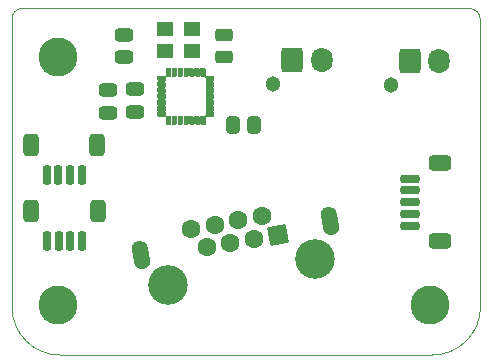
<source format=gbr>
G04 #@! TF.GenerationSoftware,KiCad,Pcbnew,(6.0.0)*
G04 #@! TF.CreationDate,2022-07-24T20:17:49-05:00*
G04 #@! TF.ProjectId,DriveByWireInputAltSTM32QFN28,44726976-6542-4795-9769-7265496e7075,rev?*
G04 #@! TF.SameCoordinates,Original*
G04 #@! TF.FileFunction,Soldermask,Top*
G04 #@! TF.FilePolarity,Negative*
%FSLAX46Y46*%
G04 Gerber Fmt 4.6, Leading zero omitted, Abs format (unit mm)*
G04 Created by KiCad (PCBNEW (6.0.0)) date 2022-07-24 20:17:49*
%MOMM*%
%LPD*%
G01*
G04 APERTURE LIST*
G04 Aperture macros list*
%AMRoundRect*
0 Rectangle with rounded corners*
0 $1 Rounding radius*
0 $2 $3 $4 $5 $6 $7 $8 $9 X,Y pos of 4 corners*
0 Add a 4 corners polygon primitive as box body*
4,1,4,$2,$3,$4,$5,$6,$7,$8,$9,$2,$3,0*
0 Add four circle primitives for the rounded corners*
1,1,$1+$1,$2,$3*
1,1,$1+$1,$4,$5*
1,1,$1+$1,$6,$7*
1,1,$1+$1,$8,$9*
0 Add four rect primitives between the rounded corners*
20,1,$1+$1,$2,$3,$4,$5,0*
20,1,$1+$1,$4,$5,$6,$7,0*
20,1,$1+$1,$6,$7,$8,$9,0*
20,1,$1+$1,$8,$9,$2,$3,0*%
%AMHorizOval*
0 Thick line with rounded ends*
0 $1 width*
0 $2 $3 position (X,Y) of the first rounded end (center of the circle)*
0 $4 $5 position (X,Y) of the second rounded end (center of the circle)*
0 Add line between two ends*
20,1,$1,$2,$3,$4,$5,0*
0 Add two circle primitives to create the rounded ends*
1,1,$1,$2,$3*
1,1,$1,$4,$5*%
G04 Aperture macros list end*
G04 #@! TA.AperFunction,Profile*
%ADD10C,0.050000*%
G04 #@! TD*
%ADD11C,0.100000*%
%ADD12RoundRect,0.301000X-0.475000X0.250000X-0.475000X-0.250000X0.475000X-0.250000X0.475000X0.250000X0*%
%ADD13RoundRect,0.301000X0.475000X-0.250000X0.475000X0.250000X-0.475000X0.250000X-0.475000X-0.250000X0*%
%ADD14RoundRect,0.201000X-0.150000X-0.625000X0.150000X-0.625000X0.150000X0.625000X-0.150000X0.625000X0*%
%ADD15RoundRect,0.300999X-0.350001X-0.650001X0.350001X-0.650001X0.350001X0.650001X-0.350001X0.650001X0*%
%ADD16C,3.352000*%
%ADD17RoundRect,0.051000X-0.608370X-0.868842X0.868842X-0.608370X0.608370X0.868842X-0.868842X0.608370X0*%
%ADD18C,1.602000*%
%ADD19HorizOval,1.361000X-0.095767X0.543121X0.095767X-0.543121X0*%
%ADD20RoundRect,0.294750X-0.456250X0.243750X-0.456250X-0.243750X0.456250X-0.243750X0.456250X0.243750X0*%
%ADD21RoundRect,0.051000X0.650000X0.550000X-0.650000X0.550000X-0.650000X-0.550000X0.650000X-0.550000X0*%
%ADD22RoundRect,0.051000X0.299974X-0.149987X0.299974X0.149987X-0.299974X0.149987X-0.299974X-0.149987X0*%
%ADD23RoundRect,0.051000X-0.149987X-0.299974X0.149987X-0.299974X0.149987X0.299974X-0.149987X0.299974X0*%
%ADD24C,1.302000*%
%ADD25RoundRect,0.301000X-0.600000X-0.750000X0.600000X-0.750000X0.600000X0.750000X-0.600000X0.750000X0*%
%ADD26O,1.802000X2.102000*%
%ADD27RoundRect,0.301000X-0.262500X-0.450000X0.262500X-0.450000X0.262500X0.450000X-0.262500X0.450000X0*%
%ADD28C,3.302000*%
%ADD29RoundRect,0.201000X-0.625000X0.150000X-0.625000X-0.150000X0.625000X-0.150000X0.625000X0.150000X0*%
%ADD30RoundRect,0.301000X-0.650000X0.350000X-0.650000X-0.350000X0.650000X-0.350000X0.650000X0.350000X0*%
G04 APERTURE END LIST*
D10*
X132588000Y-110680500D02*
G75*
G03*
X136652000Y-114744500I4064000J0D01*
G01*
X172239940Y-86360000D02*
X172250164Y-110667800D01*
X132588000Y-110680500D02*
X132588000Y-86296602D01*
X172239940Y-86360000D02*
G75*
G03*
X171279873Y-85389743I-965162J5095D01*
G01*
X168153080Y-114744500D02*
G75*
G03*
X172250164Y-110667800I22733J4074289D01*
G01*
X171279820Y-85389720D02*
X133489685Y-85389720D01*
X133489685Y-85389720D02*
G75*
G03*
X132588000Y-86296602I0J-901700D01*
G01*
X168153080Y-114744500D02*
X136652000Y-114744500D01*
D11*
X144930646Y-92681273D02*
X144930646Y-92981247D01*
X144930646Y-92981247D02*
X145530594Y-92981247D01*
X145530594Y-92981247D02*
X145530594Y-92681273D01*
X145530594Y-92681273D02*
X144930646Y-92681273D01*
G36*
X145530594Y-92981247D02*
G01*
X144930646Y-92981247D01*
X144930646Y-92681273D01*
X145530594Y-92681273D01*
X145530594Y-92981247D01*
G37*
X145530594Y-92981247D02*
X144930646Y-92981247D01*
X144930646Y-92681273D01*
X145530594Y-92681273D01*
X145530594Y-92981247D01*
X145624193Y-94575986D02*
X145624193Y-95175934D01*
X145624193Y-95175934D02*
X145924167Y-95175934D01*
X145924167Y-95175934D02*
X145924167Y-94575986D01*
X145924167Y-94575986D02*
X145624193Y-94575986D01*
G36*
X145924167Y-95175934D02*
G01*
X145624193Y-95175934D01*
X145624193Y-94575986D01*
X145924167Y-94575986D01*
X145924167Y-95175934D01*
G37*
X145924167Y-95175934D02*
X145624193Y-95175934D01*
X145624193Y-94575986D01*
X145924167Y-94575986D01*
X145924167Y-95175934D01*
X149020046Y-93181653D02*
X149020046Y-93481627D01*
X149020046Y-93481627D02*
X149619994Y-93481627D01*
X149619994Y-93481627D02*
X149619994Y-93181653D01*
X149619994Y-93181653D02*
X149020046Y-93181653D01*
G36*
X149619994Y-93481627D02*
G01*
X149020046Y-93481627D01*
X149020046Y-93181653D01*
X149619994Y-93181653D01*
X149619994Y-93481627D01*
G37*
X149619994Y-93481627D02*
X149020046Y-93481627D01*
X149020046Y-93181653D01*
X149619994Y-93181653D01*
X149619994Y-93481627D01*
X147625713Y-94575986D02*
X147625713Y-95175934D01*
X147625713Y-95175934D02*
X147925687Y-95175934D01*
X147925687Y-95175934D02*
X147925687Y-94575986D01*
X147925687Y-94575986D02*
X147625713Y-94575986D01*
G36*
X147925687Y-95175934D02*
G01*
X147625713Y-95175934D01*
X147625713Y-94575986D01*
X147925687Y-94575986D01*
X147925687Y-95175934D01*
G37*
X147925687Y-95175934D02*
X147625713Y-95175934D01*
X147625713Y-94575986D01*
X147925687Y-94575986D01*
X147925687Y-95175934D01*
X144930646Y-91680513D02*
X144930646Y-91980487D01*
X144930646Y-91980487D02*
X145530594Y-91980487D01*
X145530594Y-91980487D02*
X145530594Y-91680513D01*
X145530594Y-91680513D02*
X144930646Y-91680513D01*
G36*
X145530594Y-91980487D02*
G01*
X144930646Y-91980487D01*
X144930646Y-91680513D01*
X145530594Y-91680513D01*
X145530594Y-91980487D01*
G37*
X145530594Y-91980487D02*
X144930646Y-91980487D01*
X144930646Y-91680513D01*
X145530594Y-91680513D01*
X145530594Y-91980487D01*
X147125333Y-94575986D02*
X147125333Y-95175934D01*
X147125333Y-95175934D02*
X147425307Y-95175934D01*
X147425307Y-95175934D02*
X147425307Y-94575986D01*
X147425307Y-94575986D02*
X147125333Y-94575986D01*
G36*
X147425307Y-95175934D02*
G01*
X147125333Y-95175934D01*
X147125333Y-94575986D01*
X147425307Y-94575986D01*
X147425307Y-95175934D01*
G37*
X147425307Y-95175934D02*
X147125333Y-95175934D01*
X147125333Y-94575986D01*
X147425307Y-94575986D01*
X147425307Y-95175934D01*
X144930646Y-91180133D02*
X144930646Y-91480107D01*
X144930646Y-91480107D02*
X145530594Y-91480107D01*
X145530594Y-91480107D02*
X145530594Y-91180133D01*
X145530594Y-91180133D02*
X144930646Y-91180133D01*
G36*
X145530594Y-91480107D02*
G01*
X144930646Y-91480107D01*
X144930646Y-91180133D01*
X145530594Y-91180133D01*
X145530594Y-91480107D01*
G37*
X145530594Y-91480107D02*
X144930646Y-91480107D01*
X144930646Y-91180133D01*
X145530594Y-91180133D01*
X145530594Y-91480107D01*
X149020046Y-94182413D02*
X149020046Y-94482387D01*
X149020046Y-94482387D02*
X149619994Y-94482387D01*
X149619994Y-94482387D02*
X149619994Y-94182413D01*
X149619994Y-94182413D02*
X149020046Y-94182413D01*
G36*
X149619994Y-94482387D02*
G01*
X149020046Y-94482387D01*
X149020046Y-94182413D01*
X149619994Y-94182413D01*
X149619994Y-94482387D01*
G37*
X149619994Y-94482387D02*
X149020046Y-94482387D01*
X149020046Y-94182413D01*
X149619994Y-94182413D01*
X149619994Y-94482387D01*
X144930646Y-94182413D02*
X144930646Y-94482387D01*
X144930646Y-94482387D02*
X145530594Y-94482387D01*
X145530594Y-94482387D02*
X145530594Y-94182413D01*
X145530594Y-94182413D02*
X144930646Y-94182413D01*
G36*
X145530594Y-94482387D02*
G01*
X144930646Y-94482387D01*
X144930646Y-94182413D01*
X145530594Y-94182413D01*
X145530594Y-94482387D01*
G37*
X145530594Y-94482387D02*
X144930646Y-94482387D01*
X144930646Y-94182413D01*
X145530594Y-94182413D01*
X145530594Y-94482387D01*
X149020046Y-91680513D02*
X149020046Y-91980487D01*
X149020046Y-91980487D02*
X149619994Y-91980487D01*
X149619994Y-91980487D02*
X149619994Y-91680513D01*
X149619994Y-91680513D02*
X149020046Y-91680513D01*
G36*
X149619994Y-91980487D02*
G01*
X149020046Y-91980487D01*
X149020046Y-91680513D01*
X149619994Y-91680513D01*
X149619994Y-91980487D01*
G37*
X149619994Y-91980487D02*
X149020046Y-91980487D01*
X149020046Y-91680513D01*
X149619994Y-91680513D01*
X149619994Y-91980487D01*
X148626473Y-90486586D02*
X148626473Y-91086534D01*
X148626473Y-91086534D02*
X148926447Y-91086534D01*
X148926447Y-91086534D02*
X148926447Y-90486586D01*
X148926447Y-90486586D02*
X148626473Y-90486586D01*
G36*
X148926447Y-91086534D02*
G01*
X148626473Y-91086534D01*
X148626473Y-90486586D01*
X148926447Y-90486586D01*
X148926447Y-91086534D01*
G37*
X148926447Y-91086534D02*
X148626473Y-91086534D01*
X148626473Y-90486586D01*
X148926447Y-90486586D01*
X148926447Y-91086534D01*
X149020046Y-92681273D02*
X149020046Y-92981247D01*
X149020046Y-92981247D02*
X149619994Y-92981247D01*
X149619994Y-92981247D02*
X149619994Y-92681273D01*
X149619994Y-92681273D02*
X149020046Y-92681273D01*
G36*
X149619994Y-92981247D02*
G01*
X149020046Y-92981247D01*
X149020046Y-92681273D01*
X149619994Y-92681273D01*
X149619994Y-92981247D01*
G37*
X149619994Y-92981247D02*
X149020046Y-92981247D01*
X149020046Y-92681273D01*
X149619994Y-92681273D01*
X149619994Y-92981247D01*
X148126093Y-94575986D02*
X148126093Y-95175934D01*
X148126093Y-95175934D02*
X148426067Y-95175934D01*
X148426067Y-95175934D02*
X148426067Y-94575986D01*
X148426067Y-94575986D02*
X148126093Y-94575986D01*
G36*
X148426067Y-95175934D02*
G01*
X148126093Y-95175934D01*
X148126093Y-94575986D01*
X148426067Y-94575986D01*
X148426067Y-95175934D01*
G37*
X148426067Y-95175934D02*
X148126093Y-95175934D01*
X148126093Y-94575986D01*
X148426067Y-94575986D01*
X148426067Y-95175934D01*
X144930646Y-92180893D02*
X144930646Y-92480867D01*
X144930646Y-92480867D02*
X145530594Y-92480867D01*
X145530594Y-92480867D02*
X145530594Y-92180893D01*
X145530594Y-92180893D02*
X144930646Y-92180893D01*
G36*
X145530594Y-92480867D02*
G01*
X144930646Y-92480867D01*
X144930646Y-92180893D01*
X145530594Y-92180893D01*
X145530594Y-92480867D01*
G37*
X145530594Y-92480867D02*
X144930646Y-92480867D01*
X144930646Y-92180893D01*
X145530594Y-92180893D01*
X145530594Y-92480867D01*
X149020046Y-91180133D02*
X149020046Y-91480107D01*
X149020046Y-91480107D02*
X149619994Y-91480107D01*
X149619994Y-91480107D02*
X149619994Y-91180133D01*
X149619994Y-91180133D02*
X149020046Y-91180133D01*
G36*
X149619994Y-91480107D02*
G01*
X149020046Y-91480107D01*
X149020046Y-91180133D01*
X149619994Y-91180133D01*
X149619994Y-91480107D01*
G37*
X149619994Y-91480107D02*
X149020046Y-91480107D01*
X149020046Y-91180133D01*
X149619994Y-91180133D01*
X149619994Y-91480107D01*
X148626473Y-94575986D02*
X148626473Y-95175934D01*
X148626473Y-95175934D02*
X148926447Y-95175934D01*
X148926447Y-95175934D02*
X148926447Y-94575986D01*
X148926447Y-94575986D02*
X148626473Y-94575986D01*
G36*
X148926447Y-95175934D02*
G01*
X148626473Y-95175934D01*
X148626473Y-94575986D01*
X148926447Y-94575986D01*
X148926447Y-95175934D01*
G37*
X148926447Y-95175934D02*
X148626473Y-95175934D01*
X148626473Y-94575986D01*
X148926447Y-94575986D01*
X148926447Y-95175934D01*
X146124573Y-94575986D02*
X146124573Y-95175934D01*
X146124573Y-95175934D02*
X146424547Y-95175934D01*
X146424547Y-95175934D02*
X146424547Y-94575986D01*
X146424547Y-94575986D02*
X146124573Y-94575986D01*
G36*
X146424547Y-95175934D02*
G01*
X146124573Y-95175934D01*
X146124573Y-94575986D01*
X146424547Y-94575986D01*
X146424547Y-95175934D01*
G37*
X146424547Y-95175934D02*
X146124573Y-95175934D01*
X146124573Y-94575986D01*
X146424547Y-94575986D01*
X146424547Y-95175934D01*
X147625713Y-90486586D02*
X147625713Y-91086534D01*
X147625713Y-91086534D02*
X147925687Y-91086534D01*
X147925687Y-91086534D02*
X147925687Y-90486586D01*
X147925687Y-90486586D02*
X147625713Y-90486586D01*
G36*
X147925687Y-91086534D02*
G01*
X147625713Y-91086534D01*
X147625713Y-90486586D01*
X147925687Y-90486586D01*
X147925687Y-91086534D01*
G37*
X147925687Y-91086534D02*
X147625713Y-91086534D01*
X147625713Y-90486586D01*
X147925687Y-90486586D01*
X147925687Y-91086534D01*
X149020046Y-92180893D02*
X149020046Y-92480867D01*
X149020046Y-92480867D02*
X149619994Y-92480867D01*
X149619994Y-92480867D02*
X149619994Y-92180893D01*
X149619994Y-92180893D02*
X149020046Y-92180893D01*
G36*
X149619994Y-92480867D02*
G01*
X149020046Y-92480867D01*
X149020046Y-92180893D01*
X149619994Y-92180893D01*
X149619994Y-92480867D01*
G37*
X149619994Y-92480867D02*
X149020046Y-92480867D01*
X149020046Y-92180893D01*
X149619994Y-92180893D01*
X149619994Y-92480867D01*
X146624953Y-94575986D02*
X146624953Y-95175934D01*
X146624953Y-95175934D02*
X146924927Y-95175934D01*
X146924927Y-95175934D02*
X146924927Y-94575986D01*
X146924927Y-94575986D02*
X146624953Y-94575986D01*
G36*
X146924927Y-95175934D02*
G01*
X146624953Y-95175934D01*
X146624953Y-94575986D01*
X146924927Y-94575986D01*
X146924927Y-95175934D01*
G37*
X146924927Y-95175934D02*
X146624953Y-95175934D01*
X146624953Y-94575986D01*
X146924927Y-94575986D01*
X146924927Y-95175934D01*
X146624953Y-90486586D02*
X146624953Y-91086534D01*
X146624953Y-91086534D02*
X146924927Y-91086534D01*
X146924927Y-91086534D02*
X146924927Y-90486586D01*
X146924927Y-90486586D02*
X146624953Y-90486586D01*
G36*
X146924927Y-91086534D02*
G01*
X146624953Y-91086534D01*
X146624953Y-90486586D01*
X146924927Y-90486586D01*
X146924927Y-91086534D01*
G37*
X146924927Y-91086534D02*
X146624953Y-91086534D01*
X146624953Y-90486586D01*
X146924927Y-90486586D01*
X146924927Y-91086534D01*
X144930646Y-93682033D02*
X144930646Y-93982007D01*
X144930646Y-93982007D02*
X145530594Y-93982007D01*
X145530594Y-93982007D02*
X145530594Y-93682033D01*
X145530594Y-93682033D02*
X144930646Y-93682033D01*
G36*
X145530594Y-93982007D02*
G01*
X144930646Y-93982007D01*
X144930646Y-93682033D01*
X145530594Y-93682033D01*
X145530594Y-93982007D01*
G37*
X145530594Y-93982007D02*
X144930646Y-93982007D01*
X144930646Y-93682033D01*
X145530594Y-93682033D01*
X145530594Y-93982007D01*
X144930646Y-93181653D02*
X144930646Y-93481627D01*
X144930646Y-93481627D02*
X145530594Y-93481627D01*
X145530594Y-93481627D02*
X145530594Y-93181653D01*
X145530594Y-93181653D02*
X144930646Y-93181653D01*
G36*
X145530594Y-93481627D02*
G01*
X144930646Y-93481627D01*
X144930646Y-93181653D01*
X145530594Y-93181653D01*
X145530594Y-93481627D01*
G37*
X145530594Y-93481627D02*
X144930646Y-93481627D01*
X144930646Y-93181653D01*
X145530594Y-93181653D01*
X145530594Y-93481627D01*
X146124573Y-90486586D02*
X146124573Y-91086534D01*
X146124573Y-91086534D02*
X146424547Y-91086534D01*
X146424547Y-91086534D02*
X146424547Y-90486586D01*
X146424547Y-90486586D02*
X146124573Y-90486586D01*
G36*
X146424547Y-91086534D02*
G01*
X146124573Y-91086534D01*
X146124573Y-90486586D01*
X146424547Y-90486586D01*
X146424547Y-91086534D01*
G37*
X146424547Y-91086534D02*
X146124573Y-91086534D01*
X146124573Y-90486586D01*
X146424547Y-90486586D01*
X146424547Y-91086534D01*
X145624193Y-90486586D02*
X145624193Y-91086534D01*
X145624193Y-91086534D02*
X145924167Y-91086534D01*
X145924167Y-91086534D02*
X145924167Y-90486586D01*
X145924167Y-90486586D02*
X145624193Y-90486586D01*
G36*
X145924167Y-91086534D02*
G01*
X145624193Y-91086534D01*
X145624193Y-90486586D01*
X145924167Y-90486586D01*
X145924167Y-91086534D01*
G37*
X145924167Y-91086534D02*
X145624193Y-91086534D01*
X145624193Y-90486586D01*
X145924167Y-90486586D01*
X145924167Y-91086534D01*
X149020046Y-93682033D02*
X149020046Y-93982007D01*
X149020046Y-93982007D02*
X149619994Y-93982007D01*
X149619994Y-93982007D02*
X149619994Y-93682033D01*
X149619994Y-93682033D02*
X149020046Y-93682033D01*
G36*
X149619994Y-93982007D02*
G01*
X149020046Y-93982007D01*
X149020046Y-93682033D01*
X149619994Y-93682033D01*
X149619994Y-93982007D01*
G37*
X149619994Y-93982007D02*
X149020046Y-93982007D01*
X149020046Y-93682033D01*
X149619994Y-93682033D01*
X149619994Y-93982007D01*
X148126093Y-90486586D02*
X148126093Y-91086534D01*
X148126093Y-91086534D02*
X148426067Y-91086534D01*
X148426067Y-91086534D02*
X148426067Y-90486586D01*
X148426067Y-90486586D02*
X148126093Y-90486586D01*
G36*
X148426067Y-91086534D02*
G01*
X148126093Y-91086534D01*
X148126093Y-90486586D01*
X148426067Y-90486586D01*
X148426067Y-91086534D01*
G37*
X148426067Y-91086534D02*
X148126093Y-91086534D01*
X148126093Y-90486586D01*
X148426067Y-90486586D01*
X148426067Y-91086534D01*
X147125333Y-90486586D02*
X147125333Y-91086534D01*
X147125333Y-91086534D02*
X147425307Y-91086534D01*
X147425307Y-91086534D02*
X147425307Y-90486586D01*
X147425307Y-90486586D02*
X147125333Y-90486586D01*
G36*
X147425307Y-91086534D02*
G01*
X147125333Y-91086534D01*
X147125333Y-90486586D01*
X147425307Y-90486586D01*
X147425307Y-91086534D01*
G37*
X147425307Y-91086534D02*
X147125333Y-91086534D01*
X147125333Y-90486586D01*
X147425307Y-90486586D01*
X147425307Y-91086534D01*
D10*
X132588000Y-110680500D02*
G75*
G03*
X136652000Y-114744500I4064000J0D01*
G01*
X172239940Y-86360000D02*
X172250164Y-110667800D01*
X132588000Y-110680500D02*
X132588000Y-86296602D01*
X172239940Y-86360000D02*
G75*
G03*
X171279873Y-85389743I-965162J5095D01*
G01*
X168153080Y-114744500D02*
G75*
G03*
X172250164Y-110667800I22733J4074289D01*
G01*
X171279820Y-85389720D02*
X133489685Y-85389720D01*
X133489685Y-85389720D02*
G75*
G03*
X132588000Y-86296602I0J-901700D01*
G01*
X168153080Y-114744500D02*
X136652000Y-114744500D01*
D11*
X144930646Y-92681273D02*
X144930646Y-92981247D01*
X144930646Y-92981247D02*
X145530594Y-92981247D01*
X145530594Y-92981247D02*
X145530594Y-92681273D01*
X145530594Y-92681273D02*
X144930646Y-92681273D01*
G36*
X145530594Y-92981247D02*
G01*
X144930646Y-92981247D01*
X144930646Y-92681273D01*
X145530594Y-92681273D01*
X145530594Y-92981247D01*
G37*
X145530594Y-92981247D02*
X144930646Y-92981247D01*
X144930646Y-92681273D01*
X145530594Y-92681273D01*
X145530594Y-92981247D01*
X145624193Y-94575986D02*
X145624193Y-95175934D01*
X145624193Y-95175934D02*
X145924167Y-95175934D01*
X145924167Y-95175934D02*
X145924167Y-94575986D01*
X145924167Y-94575986D02*
X145624193Y-94575986D01*
G36*
X145924167Y-95175934D02*
G01*
X145624193Y-95175934D01*
X145624193Y-94575986D01*
X145924167Y-94575986D01*
X145924167Y-95175934D01*
G37*
X145924167Y-95175934D02*
X145624193Y-95175934D01*
X145624193Y-94575986D01*
X145924167Y-94575986D01*
X145924167Y-95175934D01*
X149020046Y-93181653D02*
X149020046Y-93481627D01*
X149020046Y-93481627D02*
X149619994Y-93481627D01*
X149619994Y-93481627D02*
X149619994Y-93181653D01*
X149619994Y-93181653D02*
X149020046Y-93181653D01*
G36*
X149619994Y-93481627D02*
G01*
X149020046Y-93481627D01*
X149020046Y-93181653D01*
X149619994Y-93181653D01*
X149619994Y-93481627D01*
G37*
X149619994Y-93481627D02*
X149020046Y-93481627D01*
X149020046Y-93181653D01*
X149619994Y-93181653D01*
X149619994Y-93481627D01*
X147625713Y-94575986D02*
X147625713Y-95175934D01*
X147625713Y-95175934D02*
X147925687Y-95175934D01*
X147925687Y-95175934D02*
X147925687Y-94575986D01*
X147925687Y-94575986D02*
X147625713Y-94575986D01*
G36*
X147925687Y-95175934D02*
G01*
X147625713Y-95175934D01*
X147625713Y-94575986D01*
X147925687Y-94575986D01*
X147925687Y-95175934D01*
G37*
X147925687Y-95175934D02*
X147625713Y-95175934D01*
X147625713Y-94575986D01*
X147925687Y-94575986D01*
X147925687Y-95175934D01*
X144930646Y-91680513D02*
X144930646Y-91980487D01*
X144930646Y-91980487D02*
X145530594Y-91980487D01*
X145530594Y-91980487D02*
X145530594Y-91680513D01*
X145530594Y-91680513D02*
X144930646Y-91680513D01*
G36*
X145530594Y-91980487D02*
G01*
X144930646Y-91980487D01*
X144930646Y-91680513D01*
X145530594Y-91680513D01*
X145530594Y-91980487D01*
G37*
X145530594Y-91980487D02*
X144930646Y-91980487D01*
X144930646Y-91680513D01*
X145530594Y-91680513D01*
X145530594Y-91980487D01*
X147125333Y-94575986D02*
X147125333Y-95175934D01*
X147125333Y-95175934D02*
X147425307Y-95175934D01*
X147425307Y-95175934D02*
X147425307Y-94575986D01*
X147425307Y-94575986D02*
X147125333Y-94575986D01*
G36*
X147425307Y-95175934D02*
G01*
X147125333Y-95175934D01*
X147125333Y-94575986D01*
X147425307Y-94575986D01*
X147425307Y-95175934D01*
G37*
X147425307Y-95175934D02*
X147125333Y-95175934D01*
X147125333Y-94575986D01*
X147425307Y-94575986D01*
X147425307Y-95175934D01*
X144930646Y-91180133D02*
X144930646Y-91480107D01*
X144930646Y-91480107D02*
X145530594Y-91480107D01*
X145530594Y-91480107D02*
X145530594Y-91180133D01*
X145530594Y-91180133D02*
X144930646Y-91180133D01*
G36*
X145530594Y-91480107D02*
G01*
X144930646Y-91480107D01*
X144930646Y-91180133D01*
X145530594Y-91180133D01*
X145530594Y-91480107D01*
G37*
X145530594Y-91480107D02*
X144930646Y-91480107D01*
X144930646Y-91180133D01*
X145530594Y-91180133D01*
X145530594Y-91480107D01*
X149020046Y-94182413D02*
X149020046Y-94482387D01*
X149020046Y-94482387D02*
X149619994Y-94482387D01*
X149619994Y-94482387D02*
X149619994Y-94182413D01*
X149619994Y-94182413D02*
X149020046Y-94182413D01*
G36*
X149619994Y-94482387D02*
G01*
X149020046Y-94482387D01*
X149020046Y-94182413D01*
X149619994Y-94182413D01*
X149619994Y-94482387D01*
G37*
X149619994Y-94482387D02*
X149020046Y-94482387D01*
X149020046Y-94182413D01*
X149619994Y-94182413D01*
X149619994Y-94482387D01*
X144930646Y-94182413D02*
X144930646Y-94482387D01*
X144930646Y-94482387D02*
X145530594Y-94482387D01*
X145530594Y-94482387D02*
X145530594Y-94182413D01*
X145530594Y-94182413D02*
X144930646Y-94182413D01*
G36*
X145530594Y-94482387D02*
G01*
X144930646Y-94482387D01*
X144930646Y-94182413D01*
X145530594Y-94182413D01*
X145530594Y-94482387D01*
G37*
X145530594Y-94482387D02*
X144930646Y-94482387D01*
X144930646Y-94182413D01*
X145530594Y-94182413D01*
X145530594Y-94482387D01*
X149020046Y-91680513D02*
X149020046Y-91980487D01*
X149020046Y-91980487D02*
X149619994Y-91980487D01*
X149619994Y-91980487D02*
X149619994Y-91680513D01*
X149619994Y-91680513D02*
X149020046Y-91680513D01*
G36*
X149619994Y-91980487D02*
G01*
X149020046Y-91980487D01*
X149020046Y-91680513D01*
X149619994Y-91680513D01*
X149619994Y-91980487D01*
G37*
X149619994Y-91980487D02*
X149020046Y-91980487D01*
X149020046Y-91680513D01*
X149619994Y-91680513D01*
X149619994Y-91980487D01*
X148626473Y-90486586D02*
X148626473Y-91086534D01*
X148626473Y-91086534D02*
X148926447Y-91086534D01*
X148926447Y-91086534D02*
X148926447Y-90486586D01*
X148926447Y-90486586D02*
X148626473Y-90486586D01*
G36*
X148926447Y-91086534D02*
G01*
X148626473Y-91086534D01*
X148626473Y-90486586D01*
X148926447Y-90486586D01*
X148926447Y-91086534D01*
G37*
X148926447Y-91086534D02*
X148626473Y-91086534D01*
X148626473Y-90486586D01*
X148926447Y-90486586D01*
X148926447Y-91086534D01*
X149020046Y-92681273D02*
X149020046Y-92981247D01*
X149020046Y-92981247D02*
X149619994Y-92981247D01*
X149619994Y-92981247D02*
X149619994Y-92681273D01*
X149619994Y-92681273D02*
X149020046Y-92681273D01*
G36*
X149619994Y-92981247D02*
G01*
X149020046Y-92981247D01*
X149020046Y-92681273D01*
X149619994Y-92681273D01*
X149619994Y-92981247D01*
G37*
X149619994Y-92981247D02*
X149020046Y-92981247D01*
X149020046Y-92681273D01*
X149619994Y-92681273D01*
X149619994Y-92981247D01*
X148126093Y-94575986D02*
X148126093Y-95175934D01*
X148126093Y-95175934D02*
X148426067Y-95175934D01*
X148426067Y-95175934D02*
X148426067Y-94575986D01*
X148426067Y-94575986D02*
X148126093Y-94575986D01*
G36*
X148426067Y-95175934D02*
G01*
X148126093Y-95175934D01*
X148126093Y-94575986D01*
X148426067Y-94575986D01*
X148426067Y-95175934D01*
G37*
X148426067Y-95175934D02*
X148126093Y-95175934D01*
X148126093Y-94575986D01*
X148426067Y-94575986D01*
X148426067Y-95175934D01*
X144930646Y-92180893D02*
X144930646Y-92480867D01*
X144930646Y-92480867D02*
X145530594Y-92480867D01*
X145530594Y-92480867D02*
X145530594Y-92180893D01*
X145530594Y-92180893D02*
X144930646Y-92180893D01*
G36*
X145530594Y-92480867D02*
G01*
X144930646Y-92480867D01*
X144930646Y-92180893D01*
X145530594Y-92180893D01*
X145530594Y-92480867D01*
G37*
X145530594Y-92480867D02*
X144930646Y-92480867D01*
X144930646Y-92180893D01*
X145530594Y-92180893D01*
X145530594Y-92480867D01*
X149020046Y-91180133D02*
X149020046Y-91480107D01*
X149020046Y-91480107D02*
X149619994Y-91480107D01*
X149619994Y-91480107D02*
X149619994Y-91180133D01*
X149619994Y-91180133D02*
X149020046Y-91180133D01*
G36*
X149619994Y-91480107D02*
G01*
X149020046Y-91480107D01*
X149020046Y-91180133D01*
X149619994Y-91180133D01*
X149619994Y-91480107D01*
G37*
X149619994Y-91480107D02*
X149020046Y-91480107D01*
X149020046Y-91180133D01*
X149619994Y-91180133D01*
X149619994Y-91480107D01*
X148626473Y-94575986D02*
X148626473Y-95175934D01*
X148626473Y-95175934D02*
X148926447Y-95175934D01*
X148926447Y-95175934D02*
X148926447Y-94575986D01*
X148926447Y-94575986D02*
X148626473Y-94575986D01*
G36*
X148926447Y-95175934D02*
G01*
X148626473Y-95175934D01*
X148626473Y-94575986D01*
X148926447Y-94575986D01*
X148926447Y-95175934D01*
G37*
X148926447Y-95175934D02*
X148626473Y-95175934D01*
X148626473Y-94575986D01*
X148926447Y-94575986D01*
X148926447Y-95175934D01*
X146124573Y-94575986D02*
X146124573Y-95175934D01*
X146124573Y-95175934D02*
X146424547Y-95175934D01*
X146424547Y-95175934D02*
X146424547Y-94575986D01*
X146424547Y-94575986D02*
X146124573Y-94575986D01*
G36*
X146424547Y-95175934D02*
G01*
X146124573Y-95175934D01*
X146124573Y-94575986D01*
X146424547Y-94575986D01*
X146424547Y-95175934D01*
G37*
X146424547Y-95175934D02*
X146124573Y-95175934D01*
X146124573Y-94575986D01*
X146424547Y-94575986D01*
X146424547Y-95175934D01*
X147625713Y-90486586D02*
X147625713Y-91086534D01*
X147625713Y-91086534D02*
X147925687Y-91086534D01*
X147925687Y-91086534D02*
X147925687Y-90486586D01*
X147925687Y-90486586D02*
X147625713Y-90486586D01*
G36*
X147925687Y-91086534D02*
G01*
X147625713Y-91086534D01*
X147625713Y-90486586D01*
X147925687Y-90486586D01*
X147925687Y-91086534D01*
G37*
X147925687Y-91086534D02*
X147625713Y-91086534D01*
X147625713Y-90486586D01*
X147925687Y-90486586D01*
X147925687Y-91086534D01*
X149020046Y-92180893D02*
X149020046Y-92480867D01*
X149020046Y-92480867D02*
X149619994Y-92480867D01*
X149619994Y-92480867D02*
X149619994Y-92180893D01*
X149619994Y-92180893D02*
X149020046Y-92180893D01*
G36*
X149619994Y-92480867D02*
G01*
X149020046Y-92480867D01*
X149020046Y-92180893D01*
X149619994Y-92180893D01*
X149619994Y-92480867D01*
G37*
X149619994Y-92480867D02*
X149020046Y-92480867D01*
X149020046Y-92180893D01*
X149619994Y-92180893D01*
X149619994Y-92480867D01*
X146624953Y-94575986D02*
X146624953Y-95175934D01*
X146624953Y-95175934D02*
X146924927Y-95175934D01*
X146924927Y-95175934D02*
X146924927Y-94575986D01*
X146924927Y-94575986D02*
X146624953Y-94575986D01*
G36*
X146924927Y-95175934D02*
G01*
X146624953Y-95175934D01*
X146624953Y-94575986D01*
X146924927Y-94575986D01*
X146924927Y-95175934D01*
G37*
X146924927Y-95175934D02*
X146624953Y-95175934D01*
X146624953Y-94575986D01*
X146924927Y-94575986D01*
X146924927Y-95175934D01*
X146624953Y-90486586D02*
X146624953Y-91086534D01*
X146624953Y-91086534D02*
X146924927Y-91086534D01*
X146924927Y-91086534D02*
X146924927Y-90486586D01*
X146924927Y-90486586D02*
X146624953Y-90486586D01*
G36*
X146924927Y-91086534D02*
G01*
X146624953Y-91086534D01*
X146624953Y-90486586D01*
X146924927Y-90486586D01*
X146924927Y-91086534D01*
G37*
X146924927Y-91086534D02*
X146624953Y-91086534D01*
X146624953Y-90486586D01*
X146924927Y-90486586D01*
X146924927Y-91086534D01*
X144930646Y-93682033D02*
X144930646Y-93982007D01*
X144930646Y-93982007D02*
X145530594Y-93982007D01*
X145530594Y-93982007D02*
X145530594Y-93682033D01*
X145530594Y-93682033D02*
X144930646Y-93682033D01*
G36*
X145530594Y-93982007D02*
G01*
X144930646Y-93982007D01*
X144930646Y-93682033D01*
X145530594Y-93682033D01*
X145530594Y-93982007D01*
G37*
X145530594Y-93982007D02*
X144930646Y-93982007D01*
X144930646Y-93682033D01*
X145530594Y-93682033D01*
X145530594Y-93982007D01*
X144930646Y-93181653D02*
X144930646Y-93481627D01*
X144930646Y-93481627D02*
X145530594Y-93481627D01*
X145530594Y-93481627D02*
X145530594Y-93181653D01*
X145530594Y-93181653D02*
X144930646Y-93181653D01*
G36*
X145530594Y-93481627D02*
G01*
X144930646Y-93481627D01*
X144930646Y-93181653D01*
X145530594Y-93181653D01*
X145530594Y-93481627D01*
G37*
X145530594Y-93481627D02*
X144930646Y-93481627D01*
X144930646Y-93181653D01*
X145530594Y-93181653D01*
X145530594Y-93481627D01*
X146124573Y-90486586D02*
X146124573Y-91086534D01*
X146124573Y-91086534D02*
X146424547Y-91086534D01*
X146424547Y-91086534D02*
X146424547Y-90486586D01*
X146424547Y-90486586D02*
X146124573Y-90486586D01*
G36*
X146424547Y-91086534D02*
G01*
X146124573Y-91086534D01*
X146124573Y-90486586D01*
X146424547Y-90486586D01*
X146424547Y-91086534D01*
G37*
X146424547Y-91086534D02*
X146124573Y-91086534D01*
X146124573Y-90486586D01*
X146424547Y-90486586D01*
X146424547Y-91086534D01*
X145624193Y-90486586D02*
X145624193Y-91086534D01*
X145624193Y-91086534D02*
X145924167Y-91086534D01*
X145924167Y-91086534D02*
X145924167Y-90486586D01*
X145924167Y-90486586D02*
X145624193Y-90486586D01*
G36*
X145924167Y-91086534D02*
G01*
X145624193Y-91086534D01*
X145624193Y-90486586D01*
X145924167Y-90486586D01*
X145924167Y-91086534D01*
G37*
X145924167Y-91086534D02*
X145624193Y-91086534D01*
X145624193Y-90486586D01*
X145924167Y-90486586D01*
X145924167Y-91086534D01*
X149020046Y-93682033D02*
X149020046Y-93982007D01*
X149020046Y-93982007D02*
X149619994Y-93982007D01*
X149619994Y-93982007D02*
X149619994Y-93682033D01*
X149619994Y-93682033D02*
X149020046Y-93682033D01*
G36*
X149619994Y-93982007D02*
G01*
X149020046Y-93982007D01*
X149020046Y-93682033D01*
X149619994Y-93682033D01*
X149619994Y-93982007D01*
G37*
X149619994Y-93982007D02*
X149020046Y-93982007D01*
X149020046Y-93682033D01*
X149619994Y-93682033D01*
X149619994Y-93982007D01*
X148126093Y-90486586D02*
X148126093Y-91086534D01*
X148126093Y-91086534D02*
X148426067Y-91086534D01*
X148426067Y-91086534D02*
X148426067Y-90486586D01*
X148426067Y-90486586D02*
X148126093Y-90486586D01*
G36*
X148426067Y-91086534D02*
G01*
X148126093Y-91086534D01*
X148126093Y-90486586D01*
X148426067Y-90486586D01*
X148426067Y-91086534D01*
G37*
X148426067Y-91086534D02*
X148126093Y-91086534D01*
X148126093Y-90486586D01*
X148426067Y-90486586D01*
X148426067Y-91086534D01*
X147125333Y-90486586D02*
X147125333Y-91086534D01*
X147125333Y-91086534D02*
X147425307Y-91086534D01*
X147425307Y-91086534D02*
X147425307Y-90486586D01*
X147425307Y-90486586D02*
X147125333Y-90486586D01*
G36*
X147425307Y-91086534D02*
G01*
X147125333Y-91086534D01*
X147125333Y-90486586D01*
X147425307Y-90486586D01*
X147425307Y-91086534D01*
G37*
X147425307Y-91086534D02*
X147125333Y-91086534D01*
X147125333Y-90486586D01*
X147425307Y-90486586D01*
X147425307Y-91086534D01*
D12*
X140729740Y-92323220D03*
X140729740Y-94223220D03*
X143023360Y-92244480D03*
X143023360Y-94144480D03*
D13*
X142048000Y-89539460D03*
X142048000Y-87639460D03*
D14*
X135510000Y-99525000D03*
X136510000Y-99525000D03*
X137510000Y-99525000D03*
X138510000Y-99525000D03*
D15*
X139810000Y-97000000D03*
X134210000Y-97000000D03*
D14*
X135535400Y-105087600D03*
X136535400Y-105087600D03*
X137535400Y-105087600D03*
X138535400Y-105087600D03*
D15*
X134235400Y-102562600D03*
X139835400Y-102562600D03*
D16*
X158267765Y-106584015D03*
X145760706Y-108789346D03*
D17*
X155068547Y-104568939D03*
D18*
X153754950Y-102993103D03*
X153069388Y-104921445D03*
X151755790Y-103345608D03*
X151070228Y-105273951D03*
X149756630Y-103698114D03*
X149071068Y-105626457D03*
X147757470Y-104050620D03*
D19*
X143503830Y-106240577D03*
X159516804Y-103417058D03*
D20*
X150526520Y-87626560D03*
X150526520Y-89501560D03*
D21*
X147815720Y-87141620D03*
X145515720Y-87141620D03*
X145515720Y-89041620D03*
X147815720Y-89041620D03*
D22*
X145230620Y-91330120D03*
X145230620Y-91830500D03*
X145230620Y-92330880D03*
X145230620Y-92831260D03*
X145230620Y-93331640D03*
X145230620Y-93832020D03*
X145230620Y-94332400D03*
D23*
X145774180Y-94875960D03*
X146274560Y-94875960D03*
X146774940Y-94875960D03*
X147275320Y-94875960D03*
X147775700Y-94875960D03*
X148276080Y-94875960D03*
X148776460Y-94875960D03*
D22*
X149320020Y-94332400D03*
X149320020Y-93832020D03*
X149320020Y-93331640D03*
X149320020Y-92831260D03*
X149320020Y-92330880D03*
X149320020Y-91830500D03*
X149320020Y-91330120D03*
D23*
X148776460Y-90786560D03*
X148276080Y-90786560D03*
X147775700Y-90786560D03*
X147275320Y-90786560D03*
X146774940Y-90786560D03*
X146274560Y-90786560D03*
X145774180Y-90786560D03*
D24*
X164670000Y-91890000D03*
D25*
X166270000Y-89890000D03*
D26*
X168770000Y-89890000D03*
D27*
X151257500Y-95270000D03*
X153082500Y-95270000D03*
D28*
X136500000Y-110500000D03*
D29*
X166275000Y-99800000D03*
X166275000Y-100800000D03*
X166275000Y-101800000D03*
X166275000Y-102800000D03*
X166275000Y-103800000D03*
D30*
X168800000Y-98500000D03*
X168800000Y-105100000D03*
D24*
X154700000Y-91775000D03*
D25*
X156300000Y-89775000D03*
D26*
X158800000Y-89775000D03*
D28*
X168000000Y-110500000D03*
X136500000Y-89500000D03*
G36*
X148090662Y-94539598D02*
G01*
X148091226Y-94541517D01*
X148090945Y-94542156D01*
X148080860Y-94557248D01*
X148077093Y-94576185D01*
X148077093Y-95175735D01*
X148080860Y-95194672D01*
X148090845Y-95209615D01*
X148090976Y-95211611D01*
X148089313Y-95212722D01*
X148088584Y-95212635D01*
X148028103Y-95193696D01*
X147963061Y-95212794D01*
X147961118Y-95212322D01*
X147960554Y-95210403D01*
X147960835Y-95209764D01*
X147970920Y-95194672D01*
X147974687Y-95175735D01*
X147974687Y-94576185D01*
X147970920Y-94557248D01*
X147960935Y-94542305D01*
X147960804Y-94540309D01*
X147962467Y-94539198D01*
X147963196Y-94539285D01*
X148023677Y-94558224D01*
X148088719Y-94539126D01*
X148090662Y-94539598D01*
G37*
G36*
X147590282Y-94539598D02*
G01*
X147590846Y-94541517D01*
X147590565Y-94542156D01*
X147580480Y-94557248D01*
X147576713Y-94576185D01*
X147576713Y-95175735D01*
X147580480Y-95194672D01*
X147590465Y-95209615D01*
X147590596Y-95211611D01*
X147588933Y-95212722D01*
X147588204Y-95212635D01*
X147527723Y-95193696D01*
X147462681Y-95212794D01*
X147460738Y-95212322D01*
X147460174Y-95210403D01*
X147460455Y-95209764D01*
X147470540Y-95194672D01*
X147474307Y-95175735D01*
X147474307Y-94576185D01*
X147470540Y-94557248D01*
X147460555Y-94542305D01*
X147460424Y-94540309D01*
X147462087Y-94539198D01*
X147462816Y-94539285D01*
X147523297Y-94558224D01*
X147588339Y-94539126D01*
X147590282Y-94539598D01*
G37*
G36*
X146089142Y-94539598D02*
G01*
X146089706Y-94541517D01*
X146089425Y-94542156D01*
X146079340Y-94557248D01*
X146075573Y-94576185D01*
X146075573Y-95175735D01*
X146079340Y-95194672D01*
X146089325Y-95209615D01*
X146089456Y-95211611D01*
X146087793Y-95212722D01*
X146087064Y-95212635D01*
X146026583Y-95193696D01*
X145961541Y-95212794D01*
X145959598Y-95212322D01*
X145959034Y-95210403D01*
X145959315Y-95209764D01*
X145969400Y-95194672D01*
X145973167Y-95175735D01*
X145973167Y-94576185D01*
X145969400Y-94557248D01*
X145959415Y-94542305D01*
X145959284Y-94540309D01*
X145960947Y-94539198D01*
X145961676Y-94539285D01*
X146022157Y-94558224D01*
X146087199Y-94539126D01*
X146089142Y-94539598D01*
G37*
G36*
X146589522Y-94539598D02*
G01*
X146590086Y-94541517D01*
X146589805Y-94542156D01*
X146579720Y-94557248D01*
X146575953Y-94576185D01*
X146575953Y-95175735D01*
X146579720Y-95194672D01*
X146589705Y-95209615D01*
X146589836Y-95211611D01*
X146588173Y-95212722D01*
X146587444Y-95212635D01*
X146526963Y-95193696D01*
X146461921Y-95212794D01*
X146459978Y-95212322D01*
X146459414Y-95210403D01*
X146459695Y-95209764D01*
X146469780Y-95194672D01*
X146473547Y-95175735D01*
X146473547Y-94576185D01*
X146469780Y-94557248D01*
X146459795Y-94542305D01*
X146459664Y-94540309D01*
X146461327Y-94539198D01*
X146462056Y-94539285D01*
X146522537Y-94558224D01*
X146587579Y-94539126D01*
X146589522Y-94539598D01*
G37*
G36*
X147089902Y-94539598D02*
G01*
X147090466Y-94541517D01*
X147090185Y-94542156D01*
X147080100Y-94557248D01*
X147076333Y-94576185D01*
X147076333Y-95175735D01*
X147080100Y-95194672D01*
X147090085Y-95209615D01*
X147090216Y-95211611D01*
X147088553Y-95212722D01*
X147087824Y-95212635D01*
X147027343Y-95193696D01*
X146962301Y-95212794D01*
X146960358Y-95212322D01*
X146959794Y-95210403D01*
X146960075Y-95209764D01*
X146970160Y-95194672D01*
X146973927Y-95175735D01*
X146973927Y-94576185D01*
X146970160Y-94557248D01*
X146960175Y-94542305D01*
X146960044Y-94540309D01*
X146961707Y-94539198D01*
X146962436Y-94539285D01*
X147022917Y-94558224D01*
X147087959Y-94539126D01*
X147089902Y-94539598D01*
G37*
G36*
X148591042Y-94539598D02*
G01*
X148591606Y-94541517D01*
X148591325Y-94542156D01*
X148581240Y-94557248D01*
X148577473Y-94576185D01*
X148577473Y-95175735D01*
X148581240Y-95194672D01*
X148591225Y-95209615D01*
X148591356Y-95211611D01*
X148589693Y-95212722D01*
X148588964Y-95212635D01*
X148528483Y-95193696D01*
X148463441Y-95212794D01*
X148461498Y-95212322D01*
X148460934Y-95210403D01*
X148461215Y-95209764D01*
X148471300Y-95194672D01*
X148475067Y-95175735D01*
X148475067Y-94576185D01*
X148471300Y-94557248D01*
X148461315Y-94542305D01*
X148461184Y-94540309D01*
X148462847Y-94539198D01*
X148463576Y-94539285D01*
X148524057Y-94558224D01*
X148589099Y-94539126D01*
X148591042Y-94539598D01*
G37*
G36*
X148970391Y-94398509D02*
G01*
X148971046Y-94399989D01*
X148971046Y-94482188D01*
X148974813Y-94501125D01*
X148985426Y-94517007D01*
X149001308Y-94527620D01*
X149020245Y-94531387D01*
X149102445Y-94531387D01*
X149104177Y-94532387D01*
X149104177Y-94534387D01*
X149103008Y-94535306D01*
X149035993Y-94554983D01*
X148990587Y-94607386D01*
X148979401Y-94658806D01*
X148978056Y-94660286D01*
X148976102Y-94659861D01*
X148975447Y-94658381D01*
X148975447Y-94576185D01*
X148971680Y-94557248D01*
X148961067Y-94541366D01*
X148945185Y-94530753D01*
X148926248Y-94526986D01*
X148844049Y-94526986D01*
X148842317Y-94525986D01*
X148842317Y-94523986D01*
X148843486Y-94523067D01*
X148910500Y-94503390D01*
X148955906Y-94450987D01*
X148967092Y-94399564D01*
X148968437Y-94398084D01*
X148970391Y-94398509D01*
G37*
G36*
X145583513Y-94399426D02*
G01*
X145603190Y-94466440D01*
X145655593Y-94511846D01*
X145707014Y-94523032D01*
X145708494Y-94524377D01*
X145708069Y-94526331D01*
X145706589Y-94526986D01*
X145624392Y-94526986D01*
X145605455Y-94530753D01*
X145589573Y-94541366D01*
X145578960Y-94557248D01*
X145575193Y-94576185D01*
X145575193Y-94658385D01*
X145574193Y-94660117D01*
X145572193Y-94660117D01*
X145571274Y-94658948D01*
X145551597Y-94591933D01*
X145499194Y-94546527D01*
X145447774Y-94535341D01*
X145446294Y-94533996D01*
X145446719Y-94532042D01*
X145448199Y-94531387D01*
X145530395Y-94531387D01*
X145549332Y-94527620D01*
X145565214Y-94517007D01*
X145575827Y-94501125D01*
X145579594Y-94482188D01*
X145579594Y-94399989D01*
X145580594Y-94398257D01*
X145582594Y-94398257D01*
X145583513Y-94399426D01*
G37*
G36*
X148986216Y-94017155D02*
G01*
X149001308Y-94027240D01*
X149020245Y-94031007D01*
X149619795Y-94031007D01*
X149638732Y-94027240D01*
X149653675Y-94017255D01*
X149655671Y-94017124D01*
X149656782Y-94018787D01*
X149656695Y-94019516D01*
X149637756Y-94079997D01*
X149656854Y-94145039D01*
X149656382Y-94146982D01*
X149654463Y-94147546D01*
X149653824Y-94147265D01*
X149638732Y-94137180D01*
X149619795Y-94133413D01*
X149020245Y-94133413D01*
X149001308Y-94137180D01*
X148986365Y-94147165D01*
X148984369Y-94147296D01*
X148983258Y-94145633D01*
X148983345Y-94144904D01*
X149002284Y-94084423D01*
X148983186Y-94019381D01*
X148983658Y-94017438D01*
X148985577Y-94016874D01*
X148986216Y-94017155D01*
G37*
G36*
X144896816Y-94017155D02*
G01*
X144911908Y-94027240D01*
X144930845Y-94031007D01*
X145530395Y-94031007D01*
X145549332Y-94027240D01*
X145564275Y-94017255D01*
X145566271Y-94017124D01*
X145567382Y-94018787D01*
X145567295Y-94019516D01*
X145548356Y-94079997D01*
X145567454Y-94145039D01*
X145566982Y-94146982D01*
X145565063Y-94147546D01*
X145564424Y-94147265D01*
X145549332Y-94137180D01*
X145530395Y-94133413D01*
X144930845Y-94133413D01*
X144911908Y-94137180D01*
X144896965Y-94147165D01*
X144894969Y-94147296D01*
X144893858Y-94145633D01*
X144893945Y-94144904D01*
X144912884Y-94084423D01*
X144893786Y-94019381D01*
X144894258Y-94017438D01*
X144896177Y-94016874D01*
X144896816Y-94017155D01*
G37*
G36*
X148986216Y-93516775D02*
G01*
X149001308Y-93526860D01*
X149020245Y-93530627D01*
X149619795Y-93530627D01*
X149638732Y-93526860D01*
X149653675Y-93516875D01*
X149655671Y-93516744D01*
X149656782Y-93518407D01*
X149656695Y-93519136D01*
X149637756Y-93579617D01*
X149656854Y-93644659D01*
X149656382Y-93646602D01*
X149654463Y-93647166D01*
X149653824Y-93646885D01*
X149638732Y-93636800D01*
X149619795Y-93633033D01*
X149020245Y-93633033D01*
X149001308Y-93636800D01*
X148986365Y-93646785D01*
X148984369Y-93646916D01*
X148983258Y-93645253D01*
X148983345Y-93644524D01*
X149002284Y-93584043D01*
X148983186Y-93519001D01*
X148983658Y-93517058D01*
X148985577Y-93516494D01*
X148986216Y-93516775D01*
G37*
G36*
X144896816Y-93516775D02*
G01*
X144911908Y-93526860D01*
X144930845Y-93530627D01*
X145530395Y-93530627D01*
X145549332Y-93526860D01*
X145564275Y-93516875D01*
X145566271Y-93516744D01*
X145567382Y-93518407D01*
X145567295Y-93519136D01*
X145548356Y-93579617D01*
X145567454Y-93644659D01*
X145566982Y-93646602D01*
X145565063Y-93647166D01*
X145564424Y-93646885D01*
X145549332Y-93636800D01*
X145530395Y-93633033D01*
X144930845Y-93633033D01*
X144911908Y-93636800D01*
X144896965Y-93646785D01*
X144894969Y-93646916D01*
X144893858Y-93645253D01*
X144893945Y-93644524D01*
X144912884Y-93584043D01*
X144893786Y-93519001D01*
X144894258Y-93517058D01*
X144896177Y-93516494D01*
X144896816Y-93516775D01*
G37*
G36*
X144896816Y-93016395D02*
G01*
X144911908Y-93026480D01*
X144930845Y-93030247D01*
X145530395Y-93030247D01*
X145549332Y-93026480D01*
X145564275Y-93016495D01*
X145566271Y-93016364D01*
X145567382Y-93018027D01*
X145567295Y-93018756D01*
X145548356Y-93079237D01*
X145567454Y-93144279D01*
X145566982Y-93146222D01*
X145565063Y-93146786D01*
X145564424Y-93146505D01*
X145549332Y-93136420D01*
X145530395Y-93132653D01*
X144930845Y-93132653D01*
X144911908Y-93136420D01*
X144896965Y-93146405D01*
X144894969Y-93146536D01*
X144893858Y-93144873D01*
X144893945Y-93144144D01*
X144912884Y-93083663D01*
X144893786Y-93018621D01*
X144894258Y-93016678D01*
X144896177Y-93016114D01*
X144896816Y-93016395D01*
G37*
G36*
X148986216Y-93016395D02*
G01*
X149001308Y-93026480D01*
X149020245Y-93030247D01*
X149619795Y-93030247D01*
X149638732Y-93026480D01*
X149653675Y-93016495D01*
X149655671Y-93016364D01*
X149656782Y-93018027D01*
X149656695Y-93018756D01*
X149637756Y-93079237D01*
X149656854Y-93144279D01*
X149656382Y-93146222D01*
X149654463Y-93146786D01*
X149653824Y-93146505D01*
X149638732Y-93136420D01*
X149619795Y-93132653D01*
X149020245Y-93132653D01*
X149001308Y-93136420D01*
X148986365Y-93146405D01*
X148984369Y-93146536D01*
X148983258Y-93144873D01*
X148983345Y-93144144D01*
X149002284Y-93083663D01*
X148983186Y-93018621D01*
X148983658Y-93016678D01*
X148985577Y-93016114D01*
X148986216Y-93016395D01*
G37*
G36*
X144896816Y-92516015D02*
G01*
X144911908Y-92526100D01*
X144930845Y-92529867D01*
X145530395Y-92529867D01*
X145549332Y-92526100D01*
X145564275Y-92516115D01*
X145566271Y-92515984D01*
X145567382Y-92517647D01*
X145567295Y-92518376D01*
X145548356Y-92578857D01*
X145567454Y-92643899D01*
X145566982Y-92645842D01*
X145565063Y-92646406D01*
X145564424Y-92646125D01*
X145549332Y-92636040D01*
X145530395Y-92632273D01*
X144930845Y-92632273D01*
X144911908Y-92636040D01*
X144896965Y-92646025D01*
X144894969Y-92646156D01*
X144893858Y-92644493D01*
X144893945Y-92643764D01*
X144912884Y-92583283D01*
X144893786Y-92518241D01*
X144894258Y-92516298D01*
X144896177Y-92515734D01*
X144896816Y-92516015D01*
G37*
G36*
X148986216Y-92516015D02*
G01*
X149001308Y-92526100D01*
X149020245Y-92529867D01*
X149619795Y-92529867D01*
X149638732Y-92526100D01*
X149653675Y-92516115D01*
X149655671Y-92515984D01*
X149656782Y-92517647D01*
X149656695Y-92518376D01*
X149637756Y-92578857D01*
X149656854Y-92643899D01*
X149656382Y-92645842D01*
X149654463Y-92646406D01*
X149653824Y-92646125D01*
X149638732Y-92636040D01*
X149619795Y-92632273D01*
X149020245Y-92632273D01*
X149001308Y-92636040D01*
X148986365Y-92646025D01*
X148984369Y-92646156D01*
X148983258Y-92644493D01*
X148983345Y-92643764D01*
X149002284Y-92583283D01*
X148983186Y-92518241D01*
X148983658Y-92516298D01*
X148985577Y-92515734D01*
X148986216Y-92516015D01*
G37*
G36*
X148986216Y-92015635D02*
G01*
X149001308Y-92025720D01*
X149020245Y-92029487D01*
X149619795Y-92029487D01*
X149638732Y-92025720D01*
X149653675Y-92015735D01*
X149655671Y-92015604D01*
X149656782Y-92017267D01*
X149656695Y-92017996D01*
X149637756Y-92078477D01*
X149656854Y-92143519D01*
X149656382Y-92145462D01*
X149654463Y-92146026D01*
X149653824Y-92145745D01*
X149638732Y-92135660D01*
X149619795Y-92131893D01*
X149020245Y-92131893D01*
X149001308Y-92135660D01*
X148986365Y-92145645D01*
X148984369Y-92145776D01*
X148983258Y-92144113D01*
X148983345Y-92143384D01*
X149002284Y-92082903D01*
X148983186Y-92017861D01*
X148983658Y-92015918D01*
X148985577Y-92015354D01*
X148986216Y-92015635D01*
G37*
G36*
X144896816Y-92015635D02*
G01*
X144911908Y-92025720D01*
X144930845Y-92029487D01*
X145530395Y-92029487D01*
X145549332Y-92025720D01*
X145564275Y-92015735D01*
X145566271Y-92015604D01*
X145567382Y-92017267D01*
X145567295Y-92017996D01*
X145548356Y-92078477D01*
X145567454Y-92143519D01*
X145566982Y-92145462D01*
X145565063Y-92146026D01*
X145564424Y-92145745D01*
X145549332Y-92135660D01*
X145530395Y-92131893D01*
X144930845Y-92131893D01*
X144911908Y-92135660D01*
X144896965Y-92145645D01*
X144894969Y-92145776D01*
X144893858Y-92144113D01*
X144893945Y-92143384D01*
X144912884Y-92082903D01*
X144893786Y-92017861D01*
X144894258Y-92015918D01*
X144896177Y-92015354D01*
X144896816Y-92015635D01*
G37*
G36*
X148986216Y-91515255D02*
G01*
X149001308Y-91525340D01*
X149020245Y-91529107D01*
X149619795Y-91529107D01*
X149638732Y-91525340D01*
X149653675Y-91515355D01*
X149655671Y-91515224D01*
X149656782Y-91516887D01*
X149656695Y-91517616D01*
X149637756Y-91578097D01*
X149656854Y-91643139D01*
X149656382Y-91645082D01*
X149654463Y-91645646D01*
X149653824Y-91645365D01*
X149638732Y-91635280D01*
X149619795Y-91631513D01*
X149020245Y-91631513D01*
X149001308Y-91635280D01*
X148986365Y-91645265D01*
X148984369Y-91645396D01*
X148983258Y-91643733D01*
X148983345Y-91643004D01*
X149002284Y-91582523D01*
X148983186Y-91517481D01*
X148983658Y-91515538D01*
X148985577Y-91514974D01*
X148986216Y-91515255D01*
G37*
G36*
X144896816Y-91515255D02*
G01*
X144911908Y-91525340D01*
X144930845Y-91529107D01*
X145530395Y-91529107D01*
X145549332Y-91525340D01*
X145564275Y-91515355D01*
X145566271Y-91515224D01*
X145567382Y-91516887D01*
X145567295Y-91517616D01*
X145548356Y-91578097D01*
X145567454Y-91643139D01*
X145566982Y-91645082D01*
X145565063Y-91645646D01*
X145564424Y-91645365D01*
X145549332Y-91635280D01*
X145530395Y-91631513D01*
X144930845Y-91631513D01*
X144911908Y-91635280D01*
X144896965Y-91645265D01*
X144894969Y-91645396D01*
X144893858Y-91643733D01*
X144893945Y-91643004D01*
X144912884Y-91582523D01*
X144893786Y-91517481D01*
X144894258Y-91515538D01*
X144896177Y-91514974D01*
X144896816Y-91515255D01*
G37*
G36*
X145574538Y-91002659D02*
G01*
X145575193Y-91004139D01*
X145575193Y-91086335D01*
X145578960Y-91105272D01*
X145589573Y-91121154D01*
X145605455Y-91131767D01*
X145624392Y-91135534D01*
X145706591Y-91135534D01*
X145708323Y-91136534D01*
X145708323Y-91138534D01*
X145707154Y-91139453D01*
X145640140Y-91159130D01*
X145594734Y-91211533D01*
X145583548Y-91262954D01*
X145582203Y-91264434D01*
X145580249Y-91264009D01*
X145579594Y-91262529D01*
X145579594Y-91180332D01*
X145575827Y-91161395D01*
X145565214Y-91145513D01*
X145549332Y-91134900D01*
X145530395Y-91131133D01*
X145448195Y-91131133D01*
X145446463Y-91130133D01*
X145446463Y-91128133D01*
X145447632Y-91127214D01*
X145514647Y-91107537D01*
X145560053Y-91055134D01*
X145571239Y-91003714D01*
X145572584Y-91002234D01*
X145574538Y-91002659D01*
G37*
G36*
X148979366Y-91003572D02*
G01*
X148999043Y-91070587D01*
X149051446Y-91115993D01*
X149102866Y-91127179D01*
X149104346Y-91128524D01*
X149103921Y-91130478D01*
X149102441Y-91131133D01*
X149020245Y-91131133D01*
X149001308Y-91134900D01*
X148985426Y-91145513D01*
X148974813Y-91161395D01*
X148971046Y-91180332D01*
X148971046Y-91262531D01*
X148970046Y-91264263D01*
X148968046Y-91264263D01*
X148967127Y-91263094D01*
X148947450Y-91196080D01*
X148895047Y-91150674D01*
X148843626Y-91139488D01*
X148842146Y-91138143D01*
X148842571Y-91136189D01*
X148844051Y-91135534D01*
X148926248Y-91135534D01*
X148945185Y-91131767D01*
X148961067Y-91121154D01*
X148971680Y-91105272D01*
X148975447Y-91086335D01*
X148975447Y-91004135D01*
X148976447Y-91002403D01*
X148978447Y-91002403D01*
X148979366Y-91003572D01*
G37*
G36*
X147590282Y-90450198D02*
G01*
X147590846Y-90452117D01*
X147590565Y-90452756D01*
X147580480Y-90467848D01*
X147576713Y-90486785D01*
X147576713Y-91086335D01*
X147580480Y-91105272D01*
X147590465Y-91120215D01*
X147590596Y-91122211D01*
X147588933Y-91123322D01*
X147588204Y-91123235D01*
X147527723Y-91104296D01*
X147462681Y-91123394D01*
X147460738Y-91122922D01*
X147460174Y-91121003D01*
X147460455Y-91120364D01*
X147470540Y-91105272D01*
X147474307Y-91086335D01*
X147474307Y-90486785D01*
X147470540Y-90467848D01*
X147460555Y-90452905D01*
X147460424Y-90450909D01*
X147462087Y-90449798D01*
X147462816Y-90449885D01*
X147523297Y-90468824D01*
X147588339Y-90449726D01*
X147590282Y-90450198D01*
G37*
G36*
X146089142Y-90450198D02*
G01*
X146089706Y-90452117D01*
X146089425Y-90452756D01*
X146079340Y-90467848D01*
X146075573Y-90486785D01*
X146075573Y-91086335D01*
X146079340Y-91105272D01*
X146089325Y-91120215D01*
X146089456Y-91122211D01*
X146087793Y-91123322D01*
X146087064Y-91123235D01*
X146026583Y-91104296D01*
X145961541Y-91123394D01*
X145959598Y-91122922D01*
X145959034Y-91121003D01*
X145959315Y-91120364D01*
X145969400Y-91105272D01*
X145973167Y-91086335D01*
X145973167Y-90486785D01*
X145969400Y-90467848D01*
X145959415Y-90452905D01*
X145959284Y-90450909D01*
X145960947Y-90449798D01*
X145961676Y-90449885D01*
X146022157Y-90468824D01*
X146087199Y-90449726D01*
X146089142Y-90450198D01*
G37*
G36*
X147089902Y-90450198D02*
G01*
X147090466Y-90452117D01*
X147090185Y-90452756D01*
X147080100Y-90467848D01*
X147076333Y-90486785D01*
X147076333Y-91086335D01*
X147080100Y-91105272D01*
X147090085Y-91120215D01*
X147090216Y-91122211D01*
X147088553Y-91123322D01*
X147087824Y-91123235D01*
X147027343Y-91104296D01*
X146962301Y-91123394D01*
X146960358Y-91122922D01*
X146959794Y-91121003D01*
X146960075Y-91120364D01*
X146970160Y-91105272D01*
X146973927Y-91086335D01*
X146973927Y-90486785D01*
X146970160Y-90467848D01*
X146960175Y-90452905D01*
X146960044Y-90450909D01*
X146961707Y-90449798D01*
X146962436Y-90449885D01*
X147022917Y-90468824D01*
X147087959Y-90449726D01*
X147089902Y-90450198D01*
G37*
G36*
X148090662Y-90450198D02*
G01*
X148091226Y-90452117D01*
X148090945Y-90452756D01*
X148080860Y-90467848D01*
X148077093Y-90486785D01*
X148077093Y-91086335D01*
X148080860Y-91105272D01*
X148090845Y-91120215D01*
X148090976Y-91122211D01*
X148089313Y-91123322D01*
X148088584Y-91123235D01*
X148028103Y-91104296D01*
X147963061Y-91123394D01*
X147961118Y-91122922D01*
X147960554Y-91121003D01*
X147960835Y-91120364D01*
X147970920Y-91105272D01*
X147974687Y-91086335D01*
X147974687Y-90486785D01*
X147970920Y-90467848D01*
X147960935Y-90452905D01*
X147960804Y-90450909D01*
X147962467Y-90449798D01*
X147963196Y-90449885D01*
X148023677Y-90468824D01*
X148088719Y-90449726D01*
X148090662Y-90450198D01*
G37*
G36*
X146589522Y-90450198D02*
G01*
X146590086Y-90452117D01*
X146589805Y-90452756D01*
X146579720Y-90467848D01*
X146575953Y-90486785D01*
X146575953Y-91086335D01*
X146579720Y-91105272D01*
X146589705Y-91120215D01*
X146589836Y-91122211D01*
X146588173Y-91123322D01*
X146587444Y-91123235D01*
X146526963Y-91104296D01*
X146461921Y-91123394D01*
X146459978Y-91122922D01*
X146459414Y-91121003D01*
X146459695Y-91120364D01*
X146469780Y-91105272D01*
X146473547Y-91086335D01*
X146473547Y-90486785D01*
X146469780Y-90467848D01*
X146459795Y-90452905D01*
X146459664Y-90450909D01*
X146461327Y-90449798D01*
X146462056Y-90449885D01*
X146522537Y-90468824D01*
X146587579Y-90449726D01*
X146589522Y-90450198D01*
G37*
G36*
X148591042Y-90450198D02*
G01*
X148591606Y-90452117D01*
X148591325Y-90452756D01*
X148581240Y-90467848D01*
X148577473Y-90486785D01*
X148577473Y-91086335D01*
X148581240Y-91105272D01*
X148591225Y-91120215D01*
X148591356Y-91122211D01*
X148589693Y-91123322D01*
X148588964Y-91123235D01*
X148528483Y-91104296D01*
X148463441Y-91123394D01*
X148461498Y-91122922D01*
X148460934Y-91121003D01*
X148461215Y-91120364D01*
X148471300Y-91105272D01*
X148475067Y-91086335D01*
X148475067Y-90486785D01*
X148471300Y-90467848D01*
X148461315Y-90452905D01*
X148461184Y-90450909D01*
X148462847Y-90449798D01*
X148463576Y-90449885D01*
X148524057Y-90468824D01*
X148589099Y-90449726D01*
X148591042Y-90450198D01*
G37*
M02*

</source>
